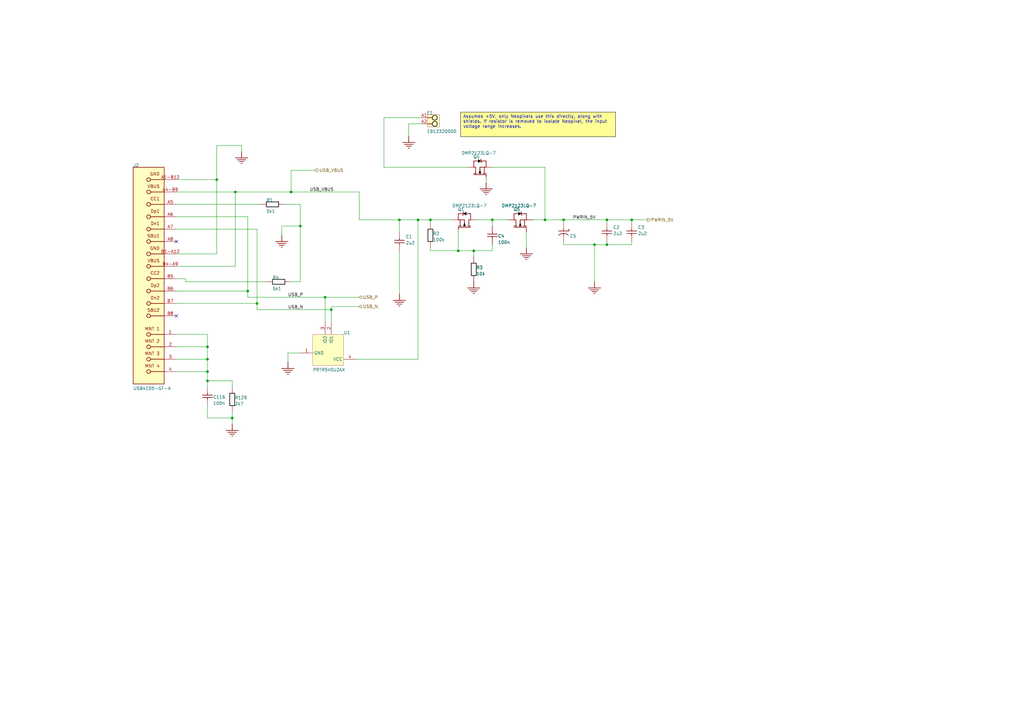
<source format=kicad_sch>
(kicad_sch (version 20231120) (generator "eeschema") (generator_version "8.0")
  (paper "A3")
  (title_block (title "NAE-SONATA-ONE") (date "2024-08-16") (rev "10") (company "NewAE Technology") (comment 2 "Apache-2"))
  (lib_symbols
    (symbol "SONATA-ONE-symbols:GND_POWER_GROUND" (power)
      (property "Reference" "#PWR" (at 0 0 0))
      (property "Value" "GND" (at 0 6.35 0))
      (symbol "GND_POWER_GROUND_0_0"
        (polyline (pts (xy -2.54 -2.54) (xy 2.54 -2.54)) (stroke (width 0.254)))
        (polyline (pts (xy -1.778 -3.302) (xy 1.778 -3.302)) (stroke (width 0.254)))
        (polyline (pts (xy -1.016 -4.064) (xy 1.016 -4.064)) (stroke (width 0.254)))
        (polyline (pts (xy -0.254 -4.826) (xy 0.254 -4.826)) (stroke (width 0.254)))
        (polyline (pts (xy 0 0) (xy 0 -2.54)) (stroke (width 0.254)))
        (pin power_in line (at 0 0 0) (length 0) hide (name "GND") (number ""))
      )
    )
    (symbol "SONATA-ONE-symbols:root_0_CAP"
      (symbol "root_0_CAP_1_0"
        (polyline (pts (xy -2.032 1.778) (xy 2.032 1.778)) (stroke (width 0.254)))
        (polyline (pts (xy 0 0) (xy 0 0.762)) (stroke (width 0.254)))
        (polyline (pts (xy 0 2.54) (xy 0 1.778)) (stroke (width 0.254)))
        (polyline (pts (xy 2.032 0.762) (xy -2.032 0.762)) (stroke (width 0.254)))
        (pin passive line (at 0 5.08 270) (length 2.54) (name "1") (number "1"))
        (pin passive line (at 0 -2.54 90) (length 2.54) (name "2") (number "2"))
      )
    )
    (symbol "SONATA-ONE-symbols:root_0_CAP_POL"
      (symbol "root_0_CAP_POL_1_0"
        (polyline (pts (xy 0 0) (xy 0 0.762)) (stroke (width 0.254)))
        (polyline (pts (xy 0 2.54) (xy 0 1.778)) (stroke (width 0.254)))
        (polyline (pts (xy 2.032 1.778) (xy -2.032 1.778)) (stroke (width 0.254)))
        (arc (start 1.9317 0.092) (mid -0.0185 0.839) (end -1.9589 0.0669) (stroke (width 0.254)))
        (text "+" (at 1.27 1.524 0) (effects (font (size 1.27 1.27)) (justify left bottom)))
        (pin passive line (at 0 5.08 270) (length 2.54) (name "1") (number "1"))
        (pin passive line (at 0 -2.54 90) (length 2.54) (name "2") (number "2"))
      )
    )
    (symbol "SONATA-ONE-symbols:root_0_RES-EU"
      (symbol "root_0_RES-EU_1_0"
        (rectangle (start 1.016 2.54) (end -1.016 -2.54) (stroke (width 0.254) (color 0 0 0 1)))
        (pin passive line (at 0 5.08 270) (length 2.54) (name "1") (number "1"))
        (pin passive line (at 0 -5.08 90) (length 2.54) (name "2") (number "2"))
      )
    )
    (symbol "SONATA-ONE-symbols:root_0_e7c17a616881a82b79941196b4bec10"
      (property "Reference" "J" (at 0 0 0))
      (symbol "root_0_e7c17a616881a82b79941196b4bec10_1_0"
        (circle (center -11.43 -78.74) (radius 0.762) (stroke (width 0.254)))
        (circle (center -11.43 -73.66) (radius 0.762) (stroke (width 0.254)))
        (circle (center -11.43 -68.58) (radius 0.762) (stroke (width 0.254)))
        (circle (center -11.43 -63.5) (radius 0.762) (stroke (width 0.254)))
        (circle (center -11.43 -55.88) (radius 0.762) (stroke (width 0.254)))
        (circle (center -11.43 -50.8) (radius 0.762) (stroke (width 0.254)))
        (circle (center -11.43 -45.72) (radius 0.762) (stroke (width 0.254)))
        (circle (center -11.43 -40.64) (radius 0.762) (stroke (width 0.254)))
        (circle (center -11.43 -35.56) (radius 0.762) (stroke (width 0.254)))
        (circle (center -11.43 -30.48) (radius 0.762) (stroke (width 0.254)))
        (circle (center -11.43 -25.4) (radius 0.762) (stroke (width 0.254)))
        (circle (center -11.43 -20.32) (radius 0.762) (stroke (width 0.254)))
        (circle (center -11.43 -15.24) (radius 0.762) (stroke (width 0.254)))
        (circle (center -11.43 -10.16) (radius 0.762) (stroke (width 0.254)))
        (circle (center -11.43 -5.08) (radius 0.762) (stroke (width 0.254)))
        (circle (center -11.43 0) (radius 0.762) (stroke (width 0.254)))
        (rectangle (start -5.08 5.08) (end -17.78 -83.82) (stroke (width 0.254) (color 128 0 0 1)) (fill (type background)))
        (polyline (pts (xy -10.668 -78.74) (xy -5.08 -78.74)) (stroke (width 0.254)))
        (polyline (pts (xy -10.668 -73.66) (xy -5.08 -73.66)) (stroke (width 0.254)))
        (polyline (pts (xy -10.668 -68.58) (xy -5.08 -68.58)) (stroke (width 0.254)))
        (polyline (pts (xy -10.668 -63.5) (xy -5.08 -63.5)) (stroke (width 0.254)))
        (polyline (pts (xy -10.668 -55.88) (xy -5.08 -55.88)) (stroke (width 0.254)))
        (polyline (pts (xy -10.668 -50.8) (xy -5.08 -50.8)) (stroke (width 0.254)))
        (polyline (pts (xy -10.668 -45.72) (xy -5.08 -45.72)) (stroke (width 0.254)))
        (polyline (pts (xy -10.668 -40.64) (xy -5.08 -40.64)) (stroke (width 0.254)))
        (polyline (pts (xy -10.668 -35.56) (xy -5.08 -35.56)) (stroke (width 0.254)))
        (polyline (pts (xy -10.668 -30.48) (xy -5.08 -30.48)) (stroke (width 0.254)))
        (polyline (pts (xy -10.668 -25.4) (xy -5.08 -25.4)) (stroke (width 0.254)))
        (polyline (pts (xy -10.668 -20.32) (xy -5.08 -20.32)) (stroke (width 0.254)))
        (polyline (pts (xy -10.668 -15.24) (xy -5.08 -15.24)) (stroke (width 0.254)))
        (polyline (pts (xy -10.668 -10.16) (xy -5.08 -10.16)) (stroke (width 0.254)))
        (polyline (pts (xy -10.668 -5.08) (xy -5.08 -5.08)) (stroke (width 0.254)))
        (polyline (pts (xy -10.668 0) (xy -5.08 0)) (stroke (width 0.254)))
        (text "CC1" (at -6.858 -7.112 0) (effects (font (size 1.27 1.27)) (justify right top)))
        (text "CC2" (at -6.858 -37.592 0) (effects (font (size 1.27 1.27)) (justify right top)))
        (text "Dn1" (at -6.858 -17.272 0) (effects (font (size 1.27 1.27)) (justify right top)))
        (text "Dn2" (at -6.858 -47.752 0) (effects (font (size 1.27 1.27)) (justify right top)))
        (text "Dp1" (at -6.858 -12.192 0) (effects (font (size 1.27 1.27)) (justify right top)))
        (text "Dp2" (at -6.858 -42.672 0) (effects (font (size 1.27 1.27)) (justify right top)))
        (text "GND" (at -6.858 -27.432 0) (effects (font (size 1.27 1.27)) (justify right top)))
        (text "GND" (at -6.858 3.048 0) (effects (font (size 1.27 1.27)) (justify right top)))
        (text "MNT 1" (at -6.858 -60.452 0) (effects (font (size 1.27 1.27)) (justify right top)))
        (text "MNT 2" (at -6.858 -65.532 0) (effects (font (size 1.27 1.27)) (justify right top)))
        (text "MNT 3" (at -6.858 -70.612 0) (effects (font (size 1.27 1.27)) (justify right top)))
        (text "MNT 4" (at -6.858 -75.692 0) (effects (font (size 1.27 1.27)) (justify right top)))
        (text "SBU1" (at -6.858 -22.352 0) (effects (font (size 1.27 1.27)) (justify right top)))
        (text "SBU2" (at -6.858 -52.832 0) (effects (font (size 1.27 1.27)) (justify right top)))
        (text "VBUS" (at -6.858 -32.512 0) (effects (font (size 1.27 1.27)) (justify right top)))
        (text "VBUS" (at -6.858 -2.032 0) (effects (font (size 1.27 1.27)) (justify right top)))
        (pin power_in line (at 0 -63.5 180) (length 5.08) (name "MNT_1") (number "1"))
        (pin power_in line (at 0 -68.58 180) (length 5.08) (name "MNT_2") (number "2"))
        (pin power_in line (at 0 -73.66 180) (length 5.08) (name "MNT_3") (number "3"))
        (pin power_in line (at 0 -78.74 180) (length 5.08) (name "MNT_4") (number "4"))
        (pin power_in line (at 0 0 180) (length 5.08) (name "GND") (number "A1-B12"))
        (pin power_in line (at 0 -5.08 180) (length 5.08) (name "VBUS") (number "A4-B9"))
        (pin power_in line (at 0 -10.16 180) (length 5.08) (name "CC1") (number "A5"))
        (pin bidirectional line (at 0 -15.24 180) (length 5.08) (name "Dp1") (number "A6"))
        (pin bidirectional line (at 0 -20.32 180) (length 5.08) (name "Dn1") (number "A7"))
        (pin bidirectional line (at 0 -25.4 180) (length 5.08) (name "SBU1") (number "A8"))
        (pin bidirectional line (at 0 -30.48 180) (length 5.08) (name "GND") (number "B1-A12"))
        (pin bidirectional line (at 0 -35.56 180) (length 5.08) (name "VBUS") (number "B4-A9"))
        (pin bidirectional line (at 0 -40.64 180) (length 5.08) (name "CC2") (number "B5"))
        (pin bidirectional line (at 0 -45.72 180) (length 5.08) (name "Dp2") (number "B6"))
        (pin bidirectional line (at 0 -50.8 180) (length 5.08) (name "Dn2") (number "B7"))
        (pin power_in line (at 0 -55.88 180) (length 5.08) (name "SBU2") (number "B8"))
      )
    )
    (symbol "SONATA-ONE-symbols:root_0_mirrored_Terminal_02_1x02_0"
      (symbol "root_0_mirrored_Terminal_02_1x02_0_1_0"
        (polyline (pts (xy 0 -2.54) (xy 2.032 -2.54)) (stroke (width 0.254)))
        (polyline (pts (xy 0 0) (xy 2.032 0)) (stroke (width 0.254)))
        (circle (center 3.048 -2.54) (radius 1.016) (stroke (width 0.254) (color 0 0 0 1)))
        (circle (center 3.048 0) (radius 1.016) (stroke (width 0.254) (color 0 0 0 1)))
        (rectangle (start 5.08 1.27) (end 0 -3.81) (stroke (width 0.0254) (color 128 0 0 1)) (fill (type background)))
        (pin passive line (at -2.54 0 0) (length 2.54) (name "A1") (number "A1"))
        (pin passive line (at -2.54 -2.54 0) (length 2.54) (name "A2") (number "A2"))
      )
    )
    (symbol "SONATA-ONE-symbols:root_1_MOSFET_P_GSD"
      (symbol "root_1_MOSFET_P_GSD_1_0"
        (polyline (pts (xy -2.54 -0.508) (xy 2.54 -0.508)) (stroke (width 0.254)))
        (polyline (pts (xy -2.54 0) (xy -1.27 0)) (stroke (width 0.254)))
        (polyline (pts (xy -2.54 2.54) (xy -2.54 5.08)) (stroke (width 0.254)))
        (polyline (pts (xy -2.54 5.08) (xy -0.762 5.08)) (stroke (width 0.254)))
        (polyline (pts (xy -1.778 2.54) (xy -2.54 2.54)) (stroke (width 0.254)))
        (polyline (pts (xy -1.778 2.54) (xy -1.778 0)) (stroke (width 0.254)))
        (polyline (pts (xy 0 2.54) (xy 0 0)) (stroke (width 0.254)))
        (polyline (pts (xy 0 2.54) (xy 2.54 2.54)) (stroke (width 0.254)))
        (polyline (pts (xy 0.508 0) (xy -0.508 0)) (stroke (width 0.254)))
        (polyline (pts (xy 1.778 2.54) (xy 1.778 0)) (stroke (width 0.254)))
        (polyline (pts (xy 2.54 -1.27) (xy 2.54 -0.508)) (stroke (width 0.254)))
        (polyline (pts (xy 2.54 0) (xy 1.27 0)) (stroke (width 0.254)))
        (polyline (pts (xy 2.54 2.54) (xy 2.54 5.08)) (stroke (width 0.254)))
        (polyline (pts (xy 2.54 5.08) (xy 0.508 5.08)) (stroke (width 0.254)))
        (polyline (pts (xy 0 1.524) (xy -0.508 0) (xy 0.508 0) (xy 0 1.524)) (stroke (width -0.0001) (color 0 0 0 1)) (fill (type outline)))
        (polyline (pts (xy 0.508 5.08) (xy -0.762 5.842) (xy -0.762 4.318) (xy 0.508 5.08)) (stroke (width -0.0001) (color 0 0 0 1)) (fill (type outline)))
        (polyline (pts (xy 0.762 4.318) (xy 0.508 4.572) (xy 0.508 5.588) (xy 0.254 5.842)) (stroke (width 0.254)))
        (pin passive line (at 2.54 -2.54 90) (length 1.27) (name "G") (number "1"))
        (pin passive line (at 5.08 2.54 180) (length 2.54) (name "S") (number "2"))
        (pin passive line (at -5.08 2.54 0) (length 2.54) (name "D") (number "3"))
      )
    )
    (symbol "SONATA-ONE-symbols:root_1_RES-EU"
      (symbol "root_1_RES-EU_1_0"
        (rectangle (start 2.54 1.016) (end -2.54 -1.016) (stroke (width 0.254) (color 0 0 0 1)))
        (pin passive line (at -5.08 0 0) (length 2.54) (name "1") (number "1"))
        (pin passive line (at 5.08 0 180) (length 2.54) (name "2") (number "2"))
      )
    )
    (symbol "SONATA-ONE-symbols:root_1_mirrored_MOSFET_P_GSD"
      (symbol "root_1_mirrored_MOSFET_P_GSD_1_0"
        (polyline (pts (xy -2.54 -1.27) (xy -2.54 -0.508)) (stroke (width 0.254)))
        (polyline (pts (xy -2.54 0) (xy -1.27 0)) (stroke (width 0.254)))
        (polyline (pts (xy -2.54 2.54) (xy -2.54 5.08)) (stroke (width 0.254)))
        (polyline (pts (xy -2.54 5.08) (xy -0.508 5.08)) (stroke (width 0.254)))
        (polyline (pts (xy -1.778 2.54) (xy -1.778 0)) (stroke (width 0.254)))
        (polyline (pts (xy -0.508 0) (xy 0.508 0)) (stroke (width 0.254)))
        (polyline (pts (xy 0 2.54) (xy -2.54 2.54)) (stroke (width 0.254)))
        (polyline (pts (xy 0 2.54) (xy 0 0)) (stroke (width 0.254)))
        (polyline (pts (xy 1.778 2.54) (xy 1.778 0)) (stroke (width 0.254)))
        (polyline (pts (xy 1.778 2.54) (xy 2.54 2.54)) (stroke (width 0.254)))
        (polyline (pts (xy 2.54 -0.508) (xy -2.54 -0.508)) (stroke (width 0.254)))
        (polyline (pts (xy 2.54 0) (xy 1.27 0)) (stroke (width 0.254)))
        (polyline (pts (xy 2.54 2.54) (xy 2.54 5.08)) (stroke (width 0.254)))
        (polyline (pts (xy 2.54 5.08) (xy 0.762 5.08)) (stroke (width 0.254)))
        (polyline (pts (xy -0.762 4.318) (xy -0.508 4.572) (xy -0.508 5.588) (xy -0.254 5.842)) (stroke (width 0.254)))
        (polyline (pts (xy -0.508 5.08) (xy 0.762 5.842) (xy 0.762 4.318) (xy -0.508 5.08)) (stroke (width -0.0001) (color 0 0 0 1)) (fill (type outline)))
        (polyline (pts (xy 0 1.524) (xy 0.508 0) (xy -0.508 0) (xy 0 1.524)) (stroke (width -0.0001) (color 0 0 0 1)) (fill (type outline)))
        (pin passive line (at -2.54 -2.54 90) (length 1.27) (name "G") (number "1"))
        (pin passive line (at -5.08 2.54 0) (length 2.54) (name "S") (number "2"))
        (pin passive line (at 5.08 2.54 180) (length 2.54) (name "D") (number "3"))
      )
    )
    (symbol "SONATA-ONE-symbols:root_3_PRTR5V0U2AX"
      (symbol "root_3_PRTR5V0U2AX_1_0"
        (rectangle (start 7.62 7.62) (end -5.08 -5.08) (stroke (width 0.0254) (color 128 0 0 1)) (fill (type background)))
        (pin power_in line (at -10.16 0 0) (length 5.08) (name "GND") (number "1"))
        (pin passive line (at 2.54 12.7 270) (length 5.08) (name "IO1") (number "2"))
        (pin passive line (at 0 12.7 270) (length 5.08) (name "IO2") (number "3"))
        (pin power_in line (at 12.7 -2.54 180) (length 5.08) (name "VCC") (number "4"))
      )
    )
  )
  (junction (at 95.25 171.45))
  (junction (at 96.52 78.74))
  (junction (at 171.45 90.17))
  (junction (at 187.96 102.87))
  (junction (at 133.35 121.92))
  (junction (at 259.08 90.17))
  (junction (at 85.09 147.32))
  (junction (at 135.89 127))
  (junction (at 231.14 90.17))
  (junction (at 248.92 90.17))
  (junction (at 248.92 100.33))
  (junction (at 201.93 90.17))
  (junction (at 85.09 142.24))
  (junction (at 85.09 156.21))
  (junction (at 105.41 124.46))
  (junction (at 163.83 90.17))
  (junction (at 101.6 119.38))
  (junction (at 119.38 78.74))
  (junction (at 88.9 73.66))
  (junction (at 123.19 92.71))
  (junction (at 194.31 102.87))
  (junction (at 85.09 152.4))
  (junction (at 243.84 100.33))
  (junction (at 176.53 90.17))
  (junction (at 223.52 90.17))
  (no_connect (at 72.39 99.06))
  (no_connect (at 72.39 129.54))
  (wire (pts (xy 187.96 95.25) (xy 187.96 102.87)))
  (wire (pts (xy 185.42 90.17) (xy 176.53 90.17)))
  (wire (pts (xy 218.44 90.17) (xy 223.52 90.17)))
  (wire (pts (xy 105.41 127) (xy 135.89 127)))
  (wire (pts (xy 223.52 90.17) (xy 231.14 90.17)))
  (wire (pts (xy 85.09 152.4) (xy 85.09 156.21)))
  (wire (pts (xy 96.52 109.22) (xy 96.52 78.74)))
  (wire (pts (xy 123.19 92.71) (xy 123.19 115.57)))
  (wire (pts (xy 243.84 100.33) (xy 248.92 100.33)))
  (wire (pts (xy 259.08 91.44) (xy 259.08 90.17)))
  (wire (pts (xy 223.52 68.58) (xy 223.52 90.17)))
  (wire (pts (xy 248.92 100.33) (xy 259.08 100.33)))
  (wire (pts (xy 123.19 115.57) (xy 119.38 115.57)))
  (wire (pts (xy 163.83 95.25) (xy 163.83 90.17)))
  (wire (pts (xy 119.38 69.85) (xy 119.38 78.74)))
  (wire (pts (xy 194.31 102.87) (xy 201.93 102.87)))
  (wire (pts (xy 187.96 102.87) (xy 194.31 102.87)))
  (wire (pts (xy 88.9 73.66) (xy 88.9 104.14)))
  (wire (pts (xy 191.77 68.58) (xy 157.48 68.58)))
  (wire (pts (xy 176.53 101.6) (xy 176.53 102.87)))
  (wire (pts (xy 115.57 92.71) (xy 115.57 96.52)))
  (wire (pts (xy 72.39 83.82) (xy 106.68 83.82)))
  (wire (pts (xy 231.14 99.06) (xy 231.14 100.33)))
  (wire (pts (xy 85.09 142.24) (xy 85.09 147.32)))
  (wire (pts (xy 72.39 93.98) (xy 105.41 93.98)))
  (wire (pts (xy 101.6 119.38) (xy 72.39 119.38)))
  (wire (pts (xy 157.48 48.26) (xy 172.72 48.26)))
  (wire (pts (xy 95.25 168.91) (xy 95.25 171.45)))
  (wire (pts (xy 115.57 92.71) (xy 123.19 92.71)))
  (wire (pts (xy 199.39 73.66) (xy 199.39 74.93)))
  (wire (pts (xy 248.92 99.06) (xy 248.92 100.33)))
  (wire (pts (xy 171.45 90.17) (xy 176.53 90.17)))
  (wire (pts (xy 105.41 124.46) (xy 105.41 127)))
  (wire (pts (xy 135.89 132.08) (xy 135.89 127)))
  (wire (pts (xy 176.53 91.44) (xy 176.53 90.17)))
  (wire (pts (xy 72.39 88.9) (xy 101.6 88.9)))
  (wire (pts (xy 172.72 50.8) (xy 167.64 50.8)))
  (wire (pts (xy 76.2 114.3) (xy 76.2 115.57)))
  (wire (pts (xy 123.19 144.78) (xy 118.11 144.78)))
  (wire (pts (xy 259.08 100.33) (xy 259.08 99.06)))
  (wire (pts (xy 118.11 144.78) (xy 118.11 148.59)))
  (wire (pts (xy 215.9 95.25) (xy 215.9 101.6)))
  (wire (pts (xy 195.58 90.17) (xy 201.93 90.17)))
  (wire (pts (xy 85.09 158.75) (xy 85.09 156.21)))
  (wire (pts (xy 248.92 91.44) (xy 248.92 90.17)))
  (wire (pts (xy 171.45 147.32) (xy 171.45 90.17)))
  (wire (pts (xy 88.9 59.69) (xy 99.06 59.69)))
  (wire (pts (xy 231.14 90.17) (xy 248.92 90.17)))
  (wire (pts (xy 72.39 104.14) (xy 88.9 104.14)))
  (wire (pts (xy 231.14 91.44) (xy 231.14 90.17)))
  (wire (pts (xy 72.39 124.46) (xy 105.41 124.46)))
  (wire (pts (xy 243.84 115.57) (xy 243.84 100.33)))
  (wire (pts (xy 123.19 83.82) (xy 123.19 92.71)))
  (wire (pts (xy 85.09 137.16) (xy 85.09 142.24)))
  (wire (pts (xy 95.25 156.21) (xy 95.25 158.75)))
  (wire (pts (xy 95.25 171.45) (xy 95.25 173.99)))
  (wire (pts (xy 231.14 100.33) (xy 243.84 100.33)))
  (wire (pts (xy 85.09 156.21) (xy 95.25 156.21)))
  (wire (pts (xy 101.6 121.92) (xy 133.35 121.92)))
  (wire (pts (xy 85.09 142.24) (xy 72.39 142.24)))
  (wire (pts (xy 163.83 120.65) (xy 163.83 102.87)))
  (wire (pts (xy 105.41 93.98) (xy 105.41 124.46)))
  (wire (pts (xy 201.93 92.71) (xy 201.93 90.17)))
  (wire (pts (xy 72.39 137.16) (xy 85.09 137.16)))
  (wire (pts (xy 157.48 68.58) (xy 157.48 48.26)))
  (wire (pts (xy 201.93 102.87) (xy 201.93 100.33)))
  (wire (pts (xy 119.38 78.74) (xy 147.32 78.74)))
  (wire (pts (xy 95.25 171.45) (xy 85.09 171.45)))
  (wire (pts (xy 96.52 78.74) (xy 119.38 78.74)))
  (wire (pts (xy 133.35 132.08) (xy 133.35 121.92)))
  (wire (pts (xy 72.39 78.74) (xy 96.52 78.74)))
  (wire (pts (xy 72.39 109.22) (xy 96.52 109.22)))
  (wire (pts (xy 85.09 152.4) (xy 72.39 152.4)))
  (wire (pts (xy 176.53 102.87) (xy 187.96 102.87)))
  (wire (pts (xy 135.89 125.73) (xy 147.32 125.73)))
  (wire (pts (xy 147.32 90.17) (xy 163.83 90.17)))
  (wire (pts (xy 85.09 171.45) (xy 85.09 166.37)))
  (wire (pts (xy 85.09 147.32) (xy 85.09 152.4)))
  (wire (pts (xy 72.39 114.3) (xy 76.2 114.3)))
  (wire (pts (xy 201.93 68.58) (xy 223.52 68.58)))
  (wire (pts (xy 135.89 125.73) (xy 135.89 127)))
  (wire (pts (xy 99.06 59.69) (xy 99.06 62.23)))
  (wire (pts (xy 101.6 88.9) (xy 101.6 119.38)))
  (wire (pts (xy 72.39 73.66) (xy 88.9 73.66)))
  (wire (pts (xy 201.93 90.17) (xy 208.28 90.17)))
  (wire (pts (xy 248.92 90.17) (xy 259.08 90.17)))
  (wire (pts (xy 101.6 119.38) (xy 101.6 121.92)))
  (wire (pts (xy 85.09 147.32) (xy 72.39 147.32)))
  (wire (pts (xy 146.05 147.32) (xy 171.45 147.32)))
  (wire (pts (xy 163.83 90.17) (xy 171.45 90.17)))
  (wire (pts (xy 88.9 73.66) (xy 88.9 59.69)))
  (wire (pts (xy 133.35 121.92) (xy 147.32 121.92)))
  (wire (pts (xy 76.2 115.57) (xy 109.22 115.57)))
  (wire (pts (xy 119.38 69.85) (xy 129.54 69.85)))
  (wire (pts (xy 167.64 50.8) (xy 167.64 55.88)))
  (wire (pts (xy 147.32 78.74) (xy 147.32 90.17)))
  (wire (pts (xy 194.31 102.87) (xy 194.31 105.41)))
  (wire (pts (xy 259.08 90.17) (xy 265.43 90.17)))
  (wire (pts (xy 116.84 83.82) (xy 123.19 83.82)))
  (text_box "Assumes +5V, only Neopixels use this directly, along with shields. If resistor is removed to isolate Neopixel, the input voltage range increases." (at 252.476 45.974 0) (size -63.5 10.16) (stroke (width 0) (color 0 0 0 1)) (fill (type color) (color 255 255 150 1)) (effects (font (size 1.27 1.27)) (justify left top)))
  (label "USB_N" (at 118.11 127 0))
  (label "USB_VBUS" (at 127 78.74 0))
  (label "USB_P" (at 118.11 121.92 0))
  (label "PWRIN_5V" (at 234.95 90.17 0))
  (hierarchical_label "USB_P" (shape bidirectional) (at 147.32 121.92 0))
  (hierarchical_label "USB_VBUS" (shape output) (at 129.54 69.85 0))
  (hierarchical_label "PWRIN_5V" (shape output) (at 265.43 90.17 0))
  (hierarchical_label "USB_N" (shape bidirectional) (at 147.32 125.73 0))
  (symbol (lib_id "SONATA-ONE-symbols:root_0_CAP") (at 248.92 96.52 0) (unit 1)
    (property "Reference" "C2" (at 251.46 93.98 0) (effects (justify left bottom)))
    (property "Value" "2u2" (at 251.46 96.52 0) (effects (justify left bottom)))
    (property "Footprint" "SONATA-ONE-LIBRARY:CAPC0603_M" (effects (hide yes)))
    (property "Description" "100n, 0402" (effects (hide yes)))
    (property "MANUFACTURE PART NUMBER 1" "CL10B225KP8NNNC" (effects (hide yes)))
  )
  (symbol (lib_id "SONATA-ONE-symbols:root_0_CAP_POL") (at 231.14 96.52 0) (unit 1)
    (property "Reference" "C5" (at 233.656 97.536 0) (effects (justify left bottom)))
    (property "Value" "680uF" (effects (hide yes)))
    (property "Footprint" "SONATA-ONE-LIBRARY:Cap_16v_680uF" (effects (hide yes)))
    (property "Description" "Aluminum electrolytic 680uF, 8x16mm, radial" (effects (hide yes)))
  )
  (symbol (lib_id "SONATA-ONE-symbols:root_0_CAP") (at 163.83 100.33 0) (unit 1)
    (property "Reference" "C1" (at 166.37 97.79 0) (effects (justify left bottom)))
    (property "Value" "2u2" (at 166.37 100.33 0) (effects (justify left bottom)))
    (property "Footprint" "SONATA-ONE-LIBRARY:CAPC0603_M" (effects (hide yes)))
    (property "Description" "100n, 0402" (effects (hide yes)))
    (property "MANUFACTURE PART NUMBER 1" "CL10B225KP8NNNC" (effects (hide yes)))
  )
  (symbol (lib_id "SONATA-ONE-symbols:root_1_mirrored_MOSFET_P_GSD") (at 190.5 92.71 0) (unit 1)
    (property "Reference" "Q1" (at 187.706 86.614 0) (effects (justify left bottom)))
    (property "Value" "DMP2123LQ-7" (at 185.42 85.09 0) (effects (justify left bottom)))
    (property "Footprint" "SONATA-ONE-LIBRARY:SOT95P245X110-3M" (effects (hide yes)))
    (property "Description" "P-Channel, 3A, Logic Level" (effects (hide yes)))
    (property "MANUFACTURE PART NUMBER 1" "DMP2123LQ-7" (effects (hide yes)))
  )
  (symbol (lib_id "SONATA-ONE-symbols:root_0_CAP") (at 259.08 96.52 0) (unit 1)
    (property "Reference" "C3" (at 261.62 93.98 0) (effects (justify left bottom)))
    (property "Value" "2u2" (at 261.62 96.52 0) (effects (justify left bottom)))
    (property "Footprint" "SONATA-ONE-LIBRARY:CAPC0603_M" (effects (hide yes)))
    (property "Description" "100n, 0402" (effects (hide yes)))
    (property "MANUFACTURE PART NUMBER 1" "CL10B225KP8NNNC" (effects (hide yes)))
  )
  (symbol (lib_id "SONATA-ONE-symbols:GND_POWER_GROUND") (at 215.9 101.6 0) (unit 1)
    (property "Reference" "#PWR09" (effects (hide yes)))
    (property "Value" "GND" (effects (hide yes)))
    (property "Description" "Power symbol creates a global label with name 'GND'" (effects (hide yes)))
  )
  (symbol (lib_id "SONATA-ONE-symbols:root_1_MOSFET_P_GSD") (at 213.36 92.71 0) (unit 1)
    (property "Reference" "Q5" (at 210.566 86.614 0) (effects (justify left bottom)))
    (property "Value" "DMP2123LQ-7" (at 205.74 85.09 0) (effects (justify left bottom)))
    (property "Footprint" "SONATA-ONE-LIBRARY:SOT95P245X110-3M" (effects (hide yes)))
    (property "Description" "P-Channel, 3A, Logic Level" (effects (hide yes)))
    (property "MANUFACTURE PART NUMBER 1" "DMP2123LQ-7" (effects (hide yes)))
  )
  (symbol (lib_id "SONATA-ONE-symbols:root_1_RES-EU") (at 111.76 83.82 0) (unit 1)
    (property "Reference" "R1" (at 109.22 82.804 0) (effects (justify left bottom)))
    (property "Value" "5k1" (at 109.22 87.376 0) (effects (justify left bottom)))
    (property "Footprint" "SONATA-ONE-LIBRARY:RESC1608X55N" (effects (hide yes)))
    (property "Description" "10k res, 0402, 1%, 1/16W" (effects (hide yes)))
    (property "MANUFACTURE PART NUMBER 1" "RC0603FR-075K1L" (effects (hide yes)))
  )
  (symbol (lib_id "SONATA-ONE-symbols:GND_POWER_GROUND") (at 99.06 62.23 0) (unit 1)
    (property "Reference" "#PWR02" (effects (hide yes)))
    (property "Value" "GND" (effects (hide yes)))
    (property "Description" "Power symbol creates a global label with name 'GND'" (effects (hide yes)))
  )
  (symbol (lib_id "SONATA-ONE-symbols:root_3_PRTR5V0U2AX") (at 133.35 144.78 0) (unit 1)
    (property "Reference" "U1" (at 140.97 137.16 0) (effects (justify left bottom)))
    (property "Value" "PRTR5V0U2AX" (at 128.27 152.4 0) (effects (justify left bottom)))
    (property "Footprint" "SONATA-ONE-LIBRARY:SOT143B" (effects (hide yes)))
    (property "Description" "USB 2.0 high-speed ESD" (effects (hide yes)))
  )
  (symbol (lib_id "SONATA-ONE-symbols:GND_POWER_GROUND") (at 118.11 148.59 0) (unit 1)
    (property "Reference" "#PWR04" (effects (hide yes)))
    (property "Value" "GND" (effects (hide yes)))
    (property "Description" "Power symbol creates a global label with name 'GND'" (effects (hide yes)))
  )
  (symbol (lib_id "SONATA-ONE-symbols:root_1_RES-EU") (at 114.3 115.57 0) (unit 1)
    (property "Reference" "R4" (at 111.76 114.554 0) (effects (justify left bottom)))
    (property "Value" "5k1" (at 111.76 119.126 0) (effects (justify left bottom)))
    (property "Footprint" "SONATA-ONE-LIBRARY:RESC1608X55N" (effects (hide yes)))
    (property "Description" "10k res, 0402, 1%, 1/16W" (effects (hide yes)))
    (property "MANUFACTURE PART NUMBER 1" "RC0603FR-075K1L" (effects (hide yes)))
  )
  (symbol (lib_id "SONATA-ONE-symbols:GND_POWER_GROUND") (at 115.57 96.52 0) (unit 1)
    (property "Reference" "#PWR03" (effects (hide yes)))
    (property "Value" "GND" (effects (hide yes)))
    (property "Description" "Power symbol creates a global label with name 'GND'" (effects (hide yes)))
  )
  (symbol (lib_id "SONATA-ONE-symbols:root_0_CAP") (at 85.09 163.83 0) (unit 1)
    (property "Reference" "C116" (at 87.376 163.576 0) (effects (justify left bottom)))
    (property "Value" "100n" (at 87.376 166.116 0) (effects (justify left bottom)))
    (property "Footprint" "SONATA-ONE-LIBRARY:CAPC0402_M" (effects (hide yes)))
    (property "Description" "100n, 0402" (effects (hide yes)))
    (property "MANUFACTURE PART NUMBER 1" "CGA2B3X7R1V104K050BB" (effects (hide yes)))
  )
  (symbol (lib_id "SONATA-ONE-symbols:GND_POWER_GROUND") (at 95.25 173.99 0) (unit 1)
    (property "Reference" "#PWR01" (effects (hide yes)))
    (property "Value" "GND" (effects (hide yes)))
    (property "Description" "Power symbol creates a global label with name 'GND'" (effects (hide yes)))
  )
  (symbol (lib_id "SONATA-ONE-symbols:root_0_mirrored_Terminal_02_1x02_0") (at 175.26 48.26 0) (unit 1)
    (property "Reference" "E1" (at 175.006 46.99 0) (effects (justify left bottom)))
    (property "Value" "1912320000" (at 175.006 54.61 0) (effects (justify left bottom)))
    (property "Footprint" "SONATA-ONE-LIBRARY:PS_3_5_90_02" (effects (hide yes)))
    (property "Description" "OMNIMATE Signal - series PS" (effects (hide yes)))
  )
  (symbol (lib_id "SONATA-ONE-symbols:root_0_RES-EU") (at 95.25 163.83 0) (unit 1)
    (property "Reference" "R129" (at 96.266 163.83 0) (effects (justify left bottom)))
    (property "Value" "2k7" (at 96.266 166.37 0) (effects (justify left bottom)))
    (property "Footprint" "SONATA-ONE-LIBRARY:RESC1005X40N" (effects (hide yes)))
    (property "Description" "10k res, 0402, 1%, 1/16W" (effects (hide yes)))
    (property "MANUFACTURE PART NUMBER 1" "RC0402FR-072K7L" (effects (hide yes)))
  )
  (symbol (lib_id "SONATA-ONE-symbols:GND_POWER_GROUND") (at 167.64 55.88 0) (unit 1)
    (property "Reference" "#PWR06" (effects (hide yes)))
    (property "Value" "GND" (effects (hide yes)))
    (property "Description" "Power symbol creates a global label with name 'GND'" (effects (hide yes)))
  )
  (symbol (lib_id "SONATA-ONE-symbols:GND_POWER_GROUND") (at 194.31 115.57 0) (unit 1)
    (property "Reference" "#PWR07" (effects (hide yes)))
    (property "Value" "GND" (effects (hide yes)))
    (property "Description" "Power symbol creates a global label with name 'GND'" (effects (hide yes)))
  )
  (symbol (lib_id "SONATA-ONE-symbols:GND_POWER_GROUND") (at 243.84 115.57 0) (unit 1)
    (property "Reference" "#PWR010" (effects (hide yes)))
    (property "Value" "GND" (effects (hide yes)))
    (property "Description" "Power symbol creates a global label with name 'GND'" (effects (hide yes)))
  )
  (symbol (lib_id "SONATA-ONE-symbols:root_0_RES-EU") (at 176.53 96.52 0) (unit 1)
    (property "Reference" "R2" (at 177.546 96.52 0) (effects (justify left bottom)))
    (property "Value" "100k" (at 177.546 99.06 0) (effects (justify left bottom)))
    (property "Footprint" "SONATA-ONE-LIBRARY:RESC1005X40N" (effects (hide yes)))
    (property "Description" "10k res, 0402, 1%, 1/16W" (effects (hide yes)))
    (property "MANUFACTURE PART NUMBER 1" "RC0402FR-07100KL" (effects (hide yes)))
  )
  (symbol (lib_id "SONATA-ONE-symbols:GND_POWER_GROUND") (at 163.83 120.65 0) (unit 1)
    (property "Reference" "#PWR05" (effects (hide yes)))
    (property "Value" "GND" (effects (hide yes)))
    (property "Description" "Power symbol creates a global label with name 'GND'" (effects (hide yes)))
  )
  (symbol (lib_id "SONATA-ONE-symbols:root_0_e7c17a616881a82b79941196b4bec10") (at 72.39 73.66 0) (unit 1)
    (property "Reference" "J2" (at 54.61 68.58 0) (effects (justify left bottom)))
    (property "Value" "USB4105-GF-A" (at 54.61 160.02 0) (effects (justify left bottom)))
    (property "Footprint" "SONATA-ONE-LIBRARY:FP-USB4105-GF-A-MFG" (effects (hide yes)))
    (property "Description" "CONN RCPT USB2.0 TYPEC 5A" (effects (hide yes)))
  )
  (symbol (lib_id "SONATA-ONE-symbols:GND_POWER_GROUND") (at 199.39 74.93 0) (unit 1)
    (property "Reference" "#PWR08" (effects (hide yes)))
    (property "Value" "GND" (effects (hide yes)))
    (property "Description" "Power symbol creates a global label with name 'GND'" (effects (hide yes)))
  )
  (symbol (lib_id "SONATA-ONE-symbols:root_0_CAP") (at 201.93 97.79 0) (unit 1)
    (property "Reference" "C4" (at 204.216 97.536 0) (effects (justify left bottom)))
    (property "Value" "100n" (at 204.216 100.076 0) (effects (justify left bottom)))
    (property "Footprint" "SONATA-ONE-LIBRARY:CAPC0402_M" (effects (hide yes)))
    (property "Description" "100n, 0402" (effects (hide yes)))
    (property "MANUFACTURE PART NUMBER 1" "CGA2B3X7R1V104K050BB" (effects (hide yes)))
  )
  (symbol (lib_id "SONATA-ONE-symbols:root_1_MOSFET_P_GSD") (at 196.85 71.12 0) (unit 1)
    (property "Reference" "Q4" (at 194.056 65.024 0) (effects (justify left bottom)))
    (property "Value" "DMP2123LQ-7" (at 189.23 63.5 0) (effects (justify left bottom)))
    (property "Footprint" "SONATA-ONE-LIBRARY:SOT95P245X110-3M" (effects (hide yes)))
    (property "Description" "P-Channel, 3A, Logic Level" (effects (hide yes)))
    (property "MANUFACTURE PART NUMBER 1" "DMP2123LQ-7" (effects (hide yes)))
  )
  (symbol (lib_id "SONATA-ONE-symbols:root_0_RES-EU") (at 194.31 110.49 0) (unit 1)
    (property "Reference" "R3" (at 195.326 110.49 0) (effects (justify left bottom)))
    (property "Value" "10k" (at 195.326 113.03 0) (effects (justify left bottom)))
    (property "Footprint" "SONATA-ONE-LIBRARY:RESC1005X40N" (effects (hide yes)))
    (property "Description" "10k res, 0402, 1%, 1/16W" (effects (hide yes)))
    (property "MANUFACTURE PART NUMBER 1" "RC0402FR-0710KL" (effects (hide yes)))
  )
)
</source>
